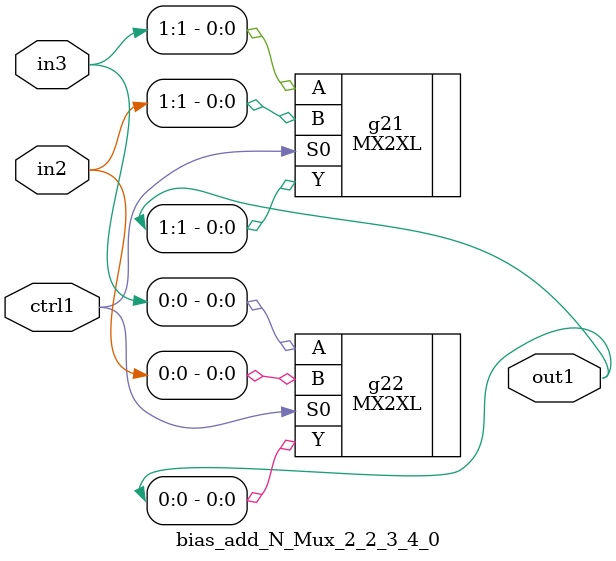
<source format=v>
`timescale 1ps / 1ps


module bias_add_N_Mux_2_2_3_4_0(in3, in2, ctrl1, out1);
  input [1:0] in3, in2;
  input ctrl1;
  output [1:0] out1;
  wire [1:0] in3, in2;
  wire ctrl1;
  wire [1:0] out1;
  MX2XL g21(.A (in3[1]), .B (in2[1]), .S0 (ctrl1), .Y (out1[1]));
  MX2XL g22(.A (in3[0]), .B (in2[0]), .S0 (ctrl1), .Y (out1[0]));
endmodule



</source>
